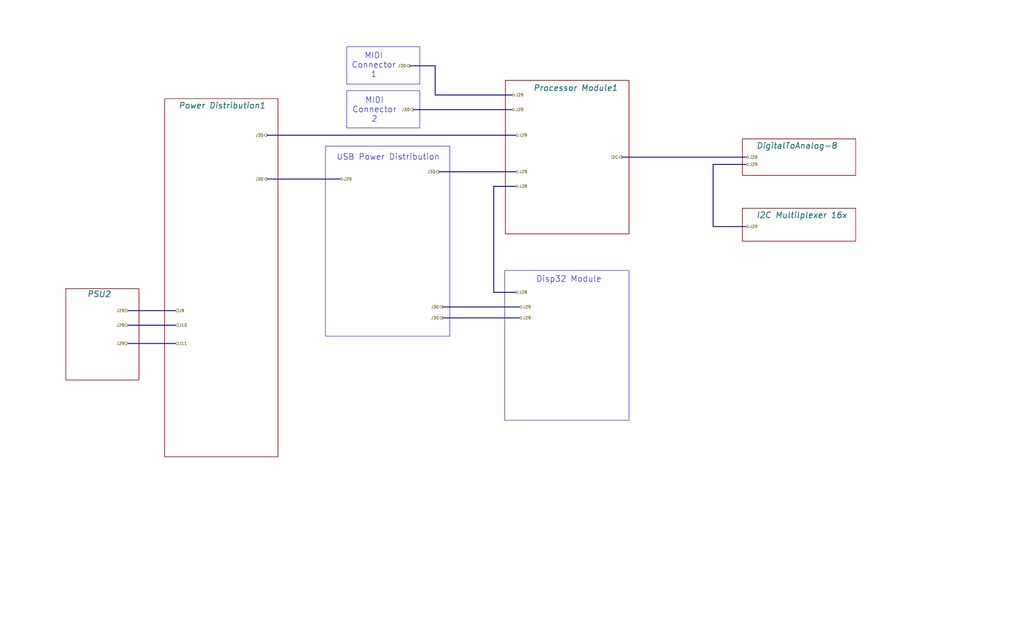
<source format=kicad_sch>
(kicad_sch
	(version 20250114)
	(generator "eeschema")
	(generator_version "9.0")
	(uuid "563f23d8-934b-4115-98d7-44163ccbc554")
	(paper "USLegal")
	(title_block
		(date "2025-12-06")
	)
	(lib_symbols)
	(rectangle
		(start 120.396 16.256)
		(end 145.796 29.21)
		(stroke
			(width 0)
			(type default)
		)
		(fill
			(type none)
		)
		(uuid 5928542e-d571-4f13-978c-28fb5d8dbe1f)
	)
	(rectangle
		(start 113.03 50.8)
		(end 156.21 116.84)
		(stroke
			(width 0)
			(type default)
		)
		(fill
			(type none)
		)
		(uuid b6c93191-74f1-473a-b277-9828b23cfb7c)
	)
	(rectangle
		(start 175.26 93.98)
		(end 218.44 146.05)
		(stroke
			(width 0)
			(type default)
		)
		(fill
			(type none)
		)
		(uuid c013db11-e203-4932-a8f2-314f76bb8177)
	)
	(rectangle
		(start 120.396 31.496)
		(end 145.796 44.45)
		(stroke
			(width 0)
			(type default)
		)
		(fill
			(type none)
		)
		(uuid f9dc9373-44a6-4917-87f9-72efdc876a11)
	)
	(text "MIDI\nConnector\n1"
		(exclude_from_sim no)
		(at 129.794 27.178 0)
		(effects
			(font
				(size 2.032 2.032)
			)
			(justify bottom)
		)
		(uuid "2b52c995-1200-4b8e-bbfb-875a31a31466")
	)
	(text "MIDI\nConnector\n2\n"
		(exclude_from_sim no)
		(at 130.048 42.672 0)
		(effects
			(font
				(size 2.032 2.032)
			)
			(justify bottom)
		)
		(uuid "6b553af2-da12-49c2-87ca-c701886a1208")
	)
	(text "USB	Power Distribution"
		(exclude_from_sim no)
		(at 116.84 55.88 0)
		(effects
			(font
				(size 2.032 2.032)
			)
			(justify left bottom)
		)
		(uuid "9088cf4e-a02d-4118-90a0-914c579d3329")
	)
	(text "Disp32 Module"
		(exclude_from_sim no)
		(at 186.182 98.298 0)
		(effects
			(font
				(size 2.032 2.032)
			)
			(justify left bottom)
		)
		(uuid "c1658713-00b6-4b85-bbe5-238711a94d79")
	)
	(bus
		(pts
			(xy 153.67 110.49) (xy 180.34 110.49)
		)
		(stroke
			(width 0)
			(type default)
		)
		(uuid "1db6e13a-d691-41d3-b555-c2fbb5e131b0")
	)
	(bus
		(pts
			(xy 92.71 62.23) (xy 118.11 62.23)
		)
		(stroke
			(width 0)
			(type default)
		)
		(uuid "20939862-90d5-4cf5-997e-737f440ce28a")
	)
	(bus
		(pts
			(xy 171.45 64.77) (xy 179.07 64.77)
		)
		(stroke
			(width 0)
			(type default)
		)
		(uuid "24043911-c7e9-4e42-a6f0-c85a0a657508")
	)
	(bus
		(pts
			(xy 171.45 64.77) (xy 171.45 101.6)
		)
		(stroke
			(width 0)
			(type default)
		)
		(uuid "2ddc2f04-2977-4bfe-897c-dd50adc38047")
	)
	(bus
		(pts
			(xy 153.67 106.68) (xy 180.34 106.68)
		)
		(stroke
			(width 0)
			(type default)
		)
		(uuid "334331e0-0a7f-444f-badc-cc1e25431c5d")
	)
	(bus
		(pts
			(xy 152.4 59.69) (xy 179.07 59.69)
		)
		(stroke
			(width 0)
			(type default)
		)
		(uuid "42af602c-a477-4853-9c50-4d3f86638062")
	)
	(bus
		(pts
			(xy 259.08 57.15) (xy 247.65 57.15)
		)
		(stroke
			(width 0)
			(type default)
		)
		(uuid "66b990d5-0b1c-407b-94f8-3d2725ffda16")
	)
	(bus
		(pts
			(xy 151.13 33.02) (xy 151.13 22.86)
		)
		(stroke
			(width 0)
			(type default)
		)
		(uuid "93d8a4a9-d601-496a-9fb6-e2969f2f1055")
	)
	(bus
		(pts
			(xy 151.13 22.86) (xy 142.24 22.86)
		)
		(stroke
			(width 0)
			(type default)
		)
		(uuid "9adf7deb-33ef-4eb9-803d-577fb92bb533")
	)
	(bus
		(pts
			(xy 171.45 101.6) (xy 179.07 101.6)
		)
		(stroke
			(width 0)
			(type default)
		)
		(uuid "a783dffb-5a01-43bf-88c5-884efe782677")
	)
	(bus
		(pts
			(xy 247.65 57.15) (xy 247.65 78.74)
		)
		(stroke
			(width 0)
			(type default)
		)
		(uuid "ac6c94da-ef58-450a-af90-a23efc35b872")
	)
	(bus
		(pts
			(xy 151.13 33.02) (xy 177.8 33.02)
		)
		(stroke
			(width 0)
			(type default)
		)
		(uuid "d318b32e-a65a-42e6-b6ef-31729aa36d94")
	)
	(bus
		(pts
			(xy 44.45 107.95) (xy 60.96 107.95)
		)
		(stroke
			(width 0)
			(type default)
		)
		(uuid "d8737bdd-ba17-4bbe-8381-7411c87b332c")
	)
	(bus
		(pts
			(xy 92.71 46.99) (xy 179.07 46.99)
		)
		(stroke
			(width 0)
			(type default)
		)
		(uuid "e267476a-3bbd-434d-8740-e2712d7b9a2e")
	)
	(bus
		(pts
			(xy 247.65 78.74) (xy 259.08 78.74)
		)
		(stroke
			(width 0)
			(type default)
		)
		(uuid "eea68223-0ab8-4c9f-b670-ae00a912d889")
	)
	(bus
		(pts
			(xy 143.51 38.1) (xy 177.8 38.1)
		)
		(stroke
			(width 0)
			(type default)
		)
		(uuid "f13035e2-2291-4d29-8834-c87d7c48ae45")
	)
	(bus
		(pts
			(xy 44.45 119.38) (xy 60.96 119.38)
		)
		(stroke
			(width 0)
			(type default)
		)
		(uuid "f56a3207-c352-4707-8e99-4b3e0927fa97")
	)
	(bus
		(pts
			(xy 215.9 54.61) (xy 259.08 54.61)
		)
		(stroke
			(width 0)
			(type default)
		)
		(uuid "f6071e0d-65fa-4f8b-ae8b-9fee1d76d2b3")
	)
	(bus
		(pts
			(xy 44.45 113.03) (xy 60.96 113.03)
		)
		(stroke
			(width 0)
			(type default)
		)
		(uuid "ffd8ef4b-8de6-4a8b-b2e9-7b5c6540b4cd")
	)
	(hierarchical_label "J29"
		(shape bidirectional)
		(at 259.08 54.61 0)
		(effects
			(font
				(size 1.016 1.016)
			)
			(justify left)
		)
		(uuid "09f07767-78f8-46de-9c1b-e2f2fd3ca1da")
	)
	(hierarchical_label "J29"
		(shape bidirectional)
		(at 177.8 33.02 0)
		(effects
			(font
				(size 1.016 1.016)
			)
			(justify left)
		)
		(uuid "0dda99c9-0317-468c-9c21-7c1752d3089a")
	)
	(hierarchical_label "J29"
		(shape bidirectional)
		(at 259.08 57.15 0)
		(effects
			(font
				(size 1.016 1.016)
			)
			(justify left)
		)
		(uuid "20bcd884-5c8c-429a-b8da-b6d00b2ce908")
	)
	(hierarchical_label "J9"
		(shape input)
		(at 60.96 107.95 0)
		(effects
			(font
				(size 1.016 1.016)
			)
			(justify left)
		)
		(uuid "22a01251-188f-4917-a6ea-5adfc05ac066")
	)
	(hierarchical_label "I2C"
		(shape output)
		(at 215.9 54.61 180)
		(effects
			(font
				(size 1.016 1.016)
			)
			(justify right)
		)
		(uuid "257708f5-6d12-491e-b616-373d2dfd3a0f")
	)
	(hierarchical_label "J29"
		(shape bidirectional)
		(at 179.07 46.99 0)
		(effects
			(font
				(size 1.016 1.016)
			)
			(justify left)
		)
		(uuid "2bba7dcb-aa94-446d-bb9c-b42f51d1089a")
	)
	(hierarchical_label "J11"
		(shape input)
		(at 60.96 119.38 0)
		(effects
			(font
				(size 1.016 1.016)
			)
			(justify left)
		)
		(uuid "319e4c9e-f641-40e7-b726-15297422d52d")
	)
	(hierarchical_label "J29"
		(shape input)
		(at 44.45 113.03 180)
		(effects
			(font
				(size 1.016 1.016)
			)
			(justify right)
		)
		(uuid "46ebb8d7-418c-40de-995d-67bec452243a")
	)
	(hierarchical_label "J30"
		(shape output)
		(at 153.67 110.49 180)
		(effects
			(font
				(size 1.016 1.016)
			)
			(justify right)
		)
		(uuid "4f5c8ba8-26c4-4df4-96c1-fcb8182f4c2d")
	)
	(hierarchical_label "J30"
		(shape output)
		(at 153.67 106.68 180)
		(effects
			(font
				(size 1.016 1.016)
			)
			(justify right)
		)
		(uuid "50a2453b-f68e-4ec0-812d-46f81577ae29")
	)
	(hierarchical_label "J29"
		(shape bidirectional)
		(at 179.07 101.6 0)
		(effects
			(font
				(size 1.016 1.016)
			)
			(justify left)
		)
		(uuid "522917b9-9f5f-4d8d-8302-b4f07a31d20d")
	)
	(hierarchical_label "J30"
		(shape output)
		(at 142.24 22.86 180)
		(effects
			(font
				(size 1.016 1.016)
			)
			(justify right)
		)
		(uuid "700ea131-2243-47a3-91ad-a60487a12293")
	)
	(hierarchical_label "J10"
		(shape input)
		(at 60.96 113.03 0)
		(effects
			(font
				(size 1.016 1.016)
			)
			(justify left)
		)
		(uuid "7aaca99b-7034-4099-bec4-6a675b61e63a")
	)
	(hierarchical_label "J30"
		(shape output)
		(at 143.51 38.1 180)
		(effects
			(font
				(size 1.016 1.016)
			)
			(justify right)
		)
		(uuid "825490e0-e9be-4ba2-a039-9c01706ecc0d")
	)
	(hierarchical_label "J29"
		(shape bidirectional)
		(at 259.08 78.74 0)
		(effects
			(font
				(size 1.016 1.016)
			)
			(justify left)
		)
		(uuid "9666b386-728e-471b-93c9-c15d29e413c6")
	)
	(hierarchical_label "J30"
		(shape output)
		(at 92.71 62.23 180)
		(effects
			(font
				(size 1.016 1.016)
			)
			(justify right)
		)
		(uuid "c71508b7-2095-4132-b84d-06cf2a0794d3")
	)
	(hierarchical_label "J29"
		(shape input)
		(at 44.45 119.38 180)
		(effects
			(font
				(size 1.016 1.016)
			)
			(justify right)
		)
		(uuid "ce6dfa45-f139-4034-b695-87f607497b1d")
	)
	(hierarchical_label "J29"
		(shape bidirectional)
		(at 177.8 38.1 0)
		(effects
			(font
				(size 1.016 1.016)
			)
			(justify left)
		)
		(uuid "d315bf9a-2b1a-40f5-8ebe-61d6ff7faf05")
	)
	(hierarchical_label "J29"
		(shape bidirectional)
		(at 118.11 62.23 0)
		(effects
			(font
				(size 1.016 1.016)
			)
			(justify left)
		)
		(uuid "d90bca64-ebf8-4e43-9117-6ce0a94d3804")
	)
	(hierarchical_label "J29"
		(shape input)
		(at 44.45 107.95 180)
		(effects
			(font
				(size 1.016 1.016)
			)
			(justify right)
		)
		(uuid "e079ebb6-7cb9-458d-8ca5-40715aca0b96")
	)
	(hierarchical_label "J30"
		(shape output)
		(at 92.71 46.99 180)
		(effects
			(font
				(size 1.016 1.016)
			)
			(justify right)
		)
		(uuid "e11247a8-2367-4b0a-a895-13603c2cab0c")
	)
	(hierarchical_label "J29"
		(shape bidirectional)
		(at 180.34 110.49 0)
		(effects
			(font
				(size 1.016 1.016)
			)
			(justify left)
		)
		(uuid "e4cfe51f-f37a-47c9-ac61-e1f952174542")
	)
	(hierarchical_label "J29"
		(shape bidirectional)
		(at 180.34 106.68 0)
		(effects
			(font
				(size 1.016 1.016)
			)
			(justify left)
		)
		(uuid "e5796980-3885-4bbf-ba74-645c398fc599")
	)
	(hierarchical_label "J29"
		(shape bidirectional)
		(at 179.07 64.77 0)
		(effects
			(font
				(size 1.016 1.016)
			)
			(justify left)
		)
		(uuid "ece64b66-5eec-4d77-b31d-7a0f9aee9e9c")
	)
	(hierarchical_label "J29"
		(shape bidirectional)
		(at 179.07 59.69 0)
		(effects
			(font
				(size 1.016 1.016)
			)
			(justify left)
		)
		(uuid "f6b16c62-ee5f-4e13-85f5-d09467df171c")
	)
	(hierarchical_label "J30"
		(shape output)
		(at 152.4 59.69 180)
		(effects
			(font
				(size 1.016 1.016)
			)
			(justify right)
		)
		(uuid "fbc29187-077b-45da-b135-f486304a8945")
	)
	(sheet
		(at 22.86 100.33)
		(size 25.4 31.75)
		(exclude_from_sim no)
		(in_bom yes)
		(on_board yes)
		(dnp no)
		(stroke
			(width 0.1524)
			(type solid)
		)
		(fill
			(color 0 0 0 0.0000)
		)
		(uuid "11228cf3-2b03-4b6e-913e-59012597ce8d")
		(property "Sheetname" "PSU2"
			(at 30.226 103.378 0)
			(effects
				(font
					(size 2.032 2.032)
					(thickness 0.254)
					(italic yes)
				)
				(justify left bottom)
			)
		)
		(property "Sheetfile" "PSU.kicad_sch"
			(at 23.2156 111.4806 0)
			(effects
				(font
					(size 1.016 1.016)
				)
				(justify left top)
				(hide yes)
			)
		)
		(instances
			(project "Synth32"
				(path "/718f017d-28fe-4e29-b548-40db8e21cec7/33a531ad-adab-44e4-8605-e758909b7125"
					(page "25")
				)
			)
		)
	)
	(sheet
		(at 257.81 72.39)
		(size 39.37 11.43)
		(exclude_from_sim no)
		(in_bom yes)
		(on_board yes)
		(dnp no)
		(stroke
			(width 0.1524)
			(type solid)
		)
		(fill
			(color 0 0 0 0.0000)
		)
		(uuid "28ef12e1-08ba-4849-92c9-fc35a7a20bc2")
		(property "Sheetname" "I2C Multilplexer 16x"
			(at 262.636 75.946 0)
			(effects
				(font
					(size 2.032 2.032)
					(thickness 0.254)
					(italic yes)
				)
				(justify left bottom)
			)
		)
		(property "Sheetfile" "I2C_Multiplax.kicad_sch"
			(at 257.81 121.2346 0)
			(effects
				(font
					(size 1.27 1.27)
				)
				(justify left top)
				(hide yes)
			)
		)
		(instances
			(project "Synth32"
				(path "/718f017d-28fe-4e29-b548-40db8e21cec7/33a531ad-adab-44e4-8605-e758909b7125"
					(page "21")
				)
			)
		)
	)
	(sheet
		(at 257.81 48.26)
		(size 39.37 12.7)
		(exclude_from_sim no)
		(in_bom yes)
		(on_board yes)
		(dnp no)
		(stroke
			(width 0.1524)
			(type solid)
		)
		(fill
			(color 0 0 0 0.0000)
		)
		(uuid "33e457f4-5b81-46f5-9d52-61db4533dabb")
		(property "Sheetname" "DigitalToAnalog-8"
			(at 262.636 51.816 0)
			(effects
				(font
					(size 2.032 2.032)
					(thickness 0.254)
					(italic yes)
				)
				(justify left bottom)
			)
		)
		(property "Sheetfile" "Analog-1.kicad_sch"
			(at 260.1214 118.618 0)
			(effects
				(font
					(size 1.016 1.016)
				)
				(justify left top)
				(hide yes)
			)
		)
		(instances
			(project "Synth32"
				(path "/718f017d-28fe-4e29-b548-40db8e21cec7/33a531ad-adab-44e4-8605-e758909b7125"
					(page "22")
				)
			)
		)
	)
	(sheet
		(at 57.15 34.29)
		(size 39.37 124.46)
		(exclude_from_sim no)
		(in_bom yes)
		(on_board yes)
		(dnp no)
		(stroke
			(width 0.1524)
			(type solid)
		)
		(fill
			(color 0 0 0 0.0000)
		)
		(uuid "6f52a779-16f0-4c5f-b5ad-b57e7ae245b4")
		(property "Sheetname" "Power Distribution1"
			(at 61.976 37.846 0)
			(effects
				(font
					(size 2.032 2.032)
					(thickness 0.254)
					(italic yes)
				)
				(justify left bottom)
			)
		)
		(property "Sheetfile" "Power-Distrib.kicad_sch"
			(at 57.912 37.3888 0)
			(effects
				(font
					(size 1.016 1.016)
				)
				(justify left top)
				(hide yes)
			)
		)
		(instances
			(project "Synth32"
				(path "/718f017d-28fe-4e29-b548-40db8e21cec7/33a531ad-adab-44e4-8605-e758909b7125"
					(page "24")
				)
			)
		)
	)
	(sheet
		(at 175.514 27.94)
		(size 42.926 53.34)
		(exclude_from_sim no)
		(in_bom yes)
		(on_board yes)
		(dnp no)
		(stroke
			(width 0.1524)
			(type solid)
		)
		(fill
			(color 0 0 0 0.0000)
		)
		(uuid "aad42c90-a42a-4d30-bdda-262c4c717c2c")
		(property "Sheetname" "Processor Module1"
			(at 185.166 31.75 0)
			(effects
				(font
					(size 2.032 2.032)
					(thickness 0.254)
					(italic yes)
				)
				(justify left bottom)
			)
		)
		(property "Sheetfile" "Processor_Module.kicad_sch"
			(at 175.4378 39.4462 0)
			(effects
				(font
					(size 1.016 1.016)
				)
				(justify left top)
				(hide yes)
			)
		)
		(instances
			(project "Synth32"
				(path "/718f017d-28fe-4e29-b548-40db8e21cec7/33a531ad-adab-44e4-8605-e758909b7125"
					(page "23")
				)
			)
		)
	)
)

</source>
